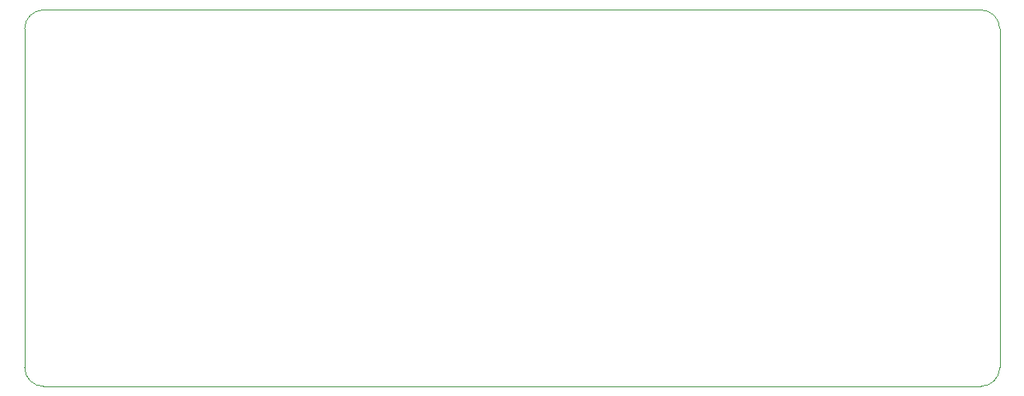
<source format=gm1>
G04 #@! TF.GenerationSoftware,KiCad,Pcbnew,9.0.1-9.0.1-0~ubuntu24.04.1*
G04 #@! TF.CreationDate,2025-04-20T11:34:57-06:00*
G04 #@! TF.ProjectId,Controller,436f6e74-726f-46c6-9c65-722e6b696361,rev?*
G04 #@! TF.SameCoordinates,Original*
G04 #@! TF.FileFunction,Profile,NP*
%FSLAX46Y46*%
G04 Gerber Fmt 4.6, Leading zero omitted, Abs format (unit mm)*
G04 Created by KiCad (PCBNEW 9.0.1-9.0.1-0~ubuntu24.04.1) date 2025-04-20 11:34:57*
%MOMM*%
%LPD*%
G01*
G04 APERTURE LIST*
G04 #@! TA.AperFunction,Profile*
%ADD10C,0.050000*%
G04 #@! TD*
G04 APERTURE END LIST*
D10*
X115630000Y-188610000D02*
X115630000Y-152690000D01*
X117630000Y-150690000D02*
X216910000Y-150690000D01*
X216910000Y-190610000D02*
X117630000Y-190610000D01*
X218910000Y-152690000D02*
X218910000Y-188610000D01*
X115630000Y-152690000D02*
G75*
G02*
X117630000Y-150690000I1999999J1D01*
G01*
X117630000Y-190610000D02*
G75*
G02*
X115630000Y-188610000I0J2000000D01*
G01*
X216910000Y-150690000D02*
G75*
G02*
X218910000Y-152690000I0J-2000000D01*
G01*
X218910000Y-188610000D02*
G75*
G02*
X216910000Y-190610000I-2000000J0D01*
G01*
M02*

</source>
